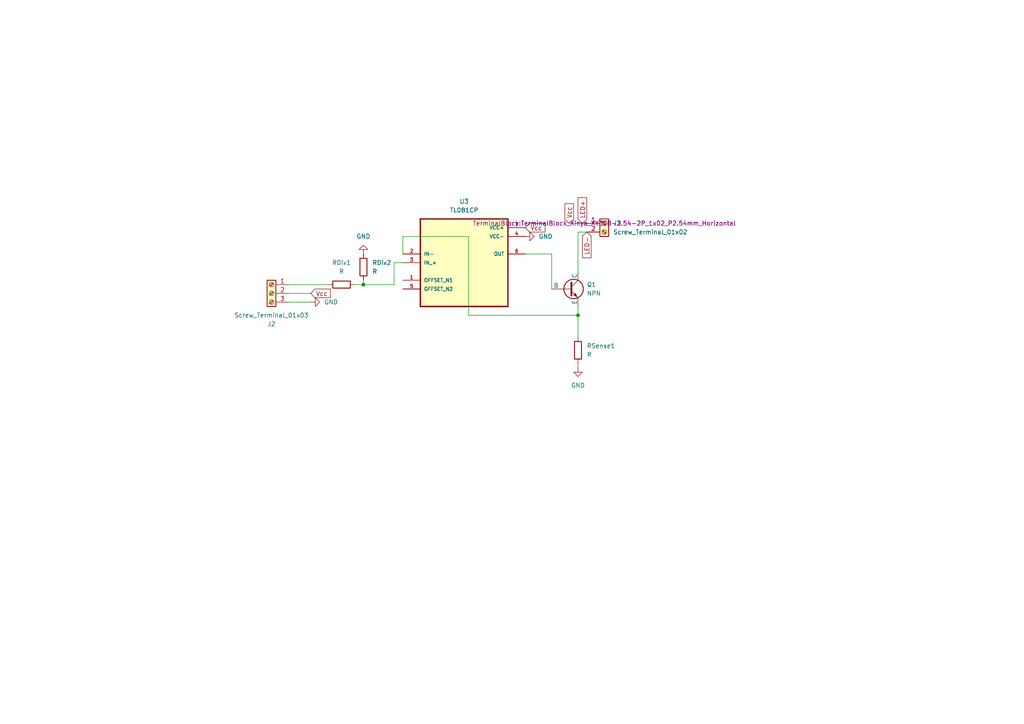
<source format=kicad_sch>
(kicad_sch (version 20231120) (generator "eeschema") (generator_version "8.0")
  (paper "A4")
  (lib_symbols
    (symbol "Connector:Screw_Terminal_01x02" (pin_names (offset 1.016) hide)
      (property "Reference" "J" (at 0 2.54 0))
      (property "Value" "Screw_Terminal_01x02" (at 0 -5.08 0))
      (symbol "Screw_Terminal_01x02_1_1"
        (rectangle (start -1.27 1.27) (end 1.27 -3.81) (stroke (width 0.254)) (fill (type background)))
        (circle (center 0 -2.54) (radius 0.635) (stroke (width 0.1524)))
        (polyline (pts (xy -0.5334 -2.2098) (xy 0.3302 -3.048)) (stroke (width 0.1524)))
        (polyline (pts (xy -0.5334 0.3302) (xy 0.3302 -0.508)) (stroke (width 0.1524)))
        (polyline (pts (xy -0.3556 -2.032) (xy 0.508 -2.8702)) (stroke (width 0.1524)))
        (polyline (pts (xy -0.3556 0.508) (xy 0.508 -0.3302)) (stroke (width 0.1524)))
        (circle (center 0 0) (radius 0.635) (stroke (width 0.1524)))
        (pin passive line (at -5.08 0 0) (length 3.81) (name "Pin_1") (number "1"))
        (pin passive line (at -5.08 -2.54 0) (length 3.81) (name "Pin_2") (number "2"))
      )
    )
    (symbol "Connector:Screw_Terminal_01x03" (pin_names (offset 1.016) hide)
      (property "Reference" "J" (at 0 5.08 0))
      (property "Value" "Screw_Terminal_01x03" (at 0 -5.08 0))
      (symbol "Screw_Terminal_01x03_1_1"
        (rectangle (start -1.27 3.81) (end 1.27 -3.81) (stroke (width 0.254)) (fill (type background)))
        (circle (center 0 -2.54) (radius 0.635) (stroke (width 0.1524)))
        (polyline (pts (xy -0.5334 -2.2098) (xy 0.3302 -3.048)) (stroke (width 0.1524)))
        (polyline (pts (xy -0.5334 0.3302) (xy 0.3302 -0.508)) (stroke (width 0.1524)))
        (polyline (pts (xy -0.5334 2.8702) (xy 0.3302 2.032)) (stroke (width 0.1524)))
        (polyline (pts (xy -0.3556 -2.032) (xy 0.508 -2.8702)) (stroke (width 0.1524)))
        (polyline (pts (xy -0.3556 0.508) (xy 0.508 -0.3302)) (stroke (width 0.1524)))
        (polyline (pts (xy -0.3556 3.048) (xy 0.508 2.2098)) (stroke (width 0.1524)))
        (circle (center 0 0) (radius 0.635) (stroke (width 0.1524)))
        (circle (center 0 2.54) (radius 0.635) (stroke (width 0.1524)))
        (pin passive line (at -5.08 2.54 0) (length 3.81) (name "Pin_1") (number "1"))
        (pin passive line (at -5.08 0 0) (length 3.81) (name "Pin_2") (number "2"))
        (pin passive line (at -5.08 -2.54 0) (length 3.81) (name "Pin_3") (number "3"))
      )
    )
    (symbol "Device:R" (pin_numbers hide) (pin_names (offset 0))
      (property "Reference" "R" (at 2.032 0 90))
      (property "Value" "R" (at 0 0 90))
      (symbol "R_0_1"
        (rectangle (start -1.016 -2.54) (end 1.016 2.54) (stroke (width 0.254)))
      )
      (symbol "R_1_1"
        (pin passive line (at 0 3.81 270) (length 1.27) (name "~") (number "1"))
        (pin passive line (at 0 -3.81 90) (length 1.27) (name "~") (number "2"))
      )
    )
    (symbol "Simulation_SPICE:NPN" (pin_numbers hide) (pin_names (offset 0))
      (property "Reference" "Q" (at -2.54 7.62 0))
      (property "Value" "NPN" (at -2.54 5.08 0))
      (symbol "NPN_0_1"
        (polyline (pts (xy -2.54 0) (xy 0.635 0)) (stroke (width 0.1524)))
        (polyline (pts (xy 0.635 0.635) (xy 2.54 2.54)))
        (polyline (pts (xy 2.794 -1.27) (xy 2.794 -1.27)) (stroke (width 0.1524)))
        (polyline (pts (xy 2.794 -1.27) (xy 2.794 -1.27)) (stroke (width 0.1524)))
        (polyline (pts (xy 0.635 -0.635) (xy 2.54 -2.54) (xy 2.54 -2.54)))
        (polyline (pts (xy 0.635 1.905) (xy 0.635 -1.905) (xy 0.635 -1.905)) (stroke (width 0.508)))
        (polyline (pts (xy 1.27 -1.778) (xy 1.778 -1.27) (xy 2.286 -2.286) (xy 1.27 -1.778) (xy 1.27 -1.778)) (fill (type outline)))
        (circle (center 1.27 0) (radius 2.8194) (stroke (width 0.254)))
      )
      (symbol "NPN_1_1"
        (pin open_collector line (at 2.54 5.08 270) (length 2.54) (name "C") (number "1"))
        (pin input line (at -5.08 0 0) (length 2.54) (name "B") (number "2"))
        (pin open_emitter line (at 2.54 -5.08 90) (length 2.54) (name "E") (number "3"))
      )
    )
    (symbol "TL081CP:TL081CP" (pin_names (offset 1.016))
      (property "Reference" "U" (at -12.7 13.7 0))
      (property "Value" "TL081CP" (at -12.7 -16.7 0))
      (symbol "TL081CP_0_0"
        (rectangle (start -12.7 -12.7) (end 12.7 12.7) (stroke (width 0.41)) (fill (type background)))
        (pin bidirectional line (at -17.78 -5.08 0) (length 5.08) (name "OFFSET_N1") (number "1"))
        (pin input line (at -17.78 2.54 0) (length 5.08) (name "IN-") (number "2"))
        (pin input line (at -17.78 0 0) (length 5.08) (name "IN_+") (number "3"))
        (pin power_in line (at 17.78 7.62 180) (length 5.08) (name "VCC-") (number "4"))
        (pin bidirectional line (at -17.78 -7.62 0) (length 5.08) (name "OFFSET_N2") (number "5"))
        (pin output line (at 17.78 2.54 180) (length 5.08) (name "OUT") (number "6"))
        (pin power_in line (at 17.78 10.16 180) (length 5.08) (name "VCC+") (number "7"))
      )
    )
    (symbol "power:GND" (power) (pin_numbers hide) (pin_names (offset 0) hide)
      (property "Value" "GND" (at 0 -3.81 0))
      (symbol "GND_0_1"
        (polyline (pts (xy 0 0) (xy 0 -1.27) (xy 1.27 -1.27) (xy 0 -2.54) (xy -1.27 -1.27) (xy 0 -1.27)))
      )
      (symbol "GND_1_1"
        (pin power_in line (at 0 0 270) (length 0) (name "~") (number "1"))
      )
    )
  )
  (junction (at 105.41 82.55))
  (junction (at 167.64 91.44))
  (wire (pts (xy 102.87 82.55) (xy 105.41 82.55)))
  (wire (pts (xy 114.3 76.2) (xy 114.3 82.55)))
  (wire (pts (xy 167.64 106.68) (xy 167.64 105.41)))
  (wire (pts (xy 160.02 73.66) (xy 160.02 83.82)))
  (wire (pts (xy 135.89 68.58) (xy 135.89 91.44)))
  (wire (pts (xy 105.41 81.28) (xy 105.41 82.55)))
  (wire (pts (xy 152.4 73.66) (xy 160.02 73.66)))
  (wire (pts (xy 83.82 82.55) (xy 95.25 82.55)))
  (wire (pts (xy 167.64 67.31) (xy 170.18 67.31)))
  (wire (pts (xy 116.84 68.58) (xy 116.84 73.66)))
  (wire (pts (xy 167.64 78.74) (xy 167.64 67.31)))
  (wire (pts (xy 135.89 91.44) (xy 167.64 91.44)))
  (wire (pts (xy 167.64 88.9) (xy 167.64 91.44)))
  (wire (pts (xy 167.64 91.44) (xy 167.64 97.79)))
  (wire (pts (xy 83.82 87.63) (xy 90.17 87.63)))
  (wire (pts (xy 83.82 85.09) (xy 90.17 85.09)))
  (wire (pts (xy 165.1 64.77) (xy 170.18 64.77)))
  (wire (pts (xy 135.89 68.58) (xy 116.84 68.58)))
  (wire (pts (xy 116.84 76.2) (xy 114.3 76.2)))
  (wire (pts (xy 105.41 82.55) (xy 114.3 82.55)))
  (global_label "Vcc" (shape input) (at 90.17 85.09 0) (property "Intersheetrefs" "${INTERSHEET_REFS}" (effects (hide yes))))
  (global_label "Vcc" (shape input) (at 152.4 66.04 0) (property "Intersheetrefs" "${INTERSHEET_REFS}" (effects (hide yes))))
  (global_label "Vcc" (shape input) (at 165.1 64.77 90) (property "Intersheetrefs" "${INTERSHEET_REFS}" (effects (hide yes))))
  (global_label "LED+" (shape input) (at 168.91 64.77 90) (property "Intersheetrefs" "${INTERSHEET_REFS}" (effects (hide yes))))
  (global_label "LED-" (shape input) (at 170.18 67.31 270) (property "Intersheetrefs" "${INTERSHEET_REFS}" (effects (hide yes))))
  (symbol (lib_id "Device:R") (at 99.06 82.55 90) (unit 1)
    (property "Reference" "RDiv1" (at 99.06 76.2 90))
    (property "Value" "R" (at 99.06 78.74 90))
    (property "Footprint" "Resistor_THT:R_Axial_DIN0207_L6.3mm_D2.5mm_P10.16mm_Horizontal" (effects (hide yes)))
    (property "Description" "Resistor" (effects (hide yes)))
  )
  (symbol (lib_id "Device:R") (at 105.41 77.47 0) (unit 1)
    (property "Reference" "RDiv2" (at 107.95 76.1999 0) (effects (justify left)))
    (property "Value" "R" (at 107.95 78.7399 0) (effects (justify left)))
    (property "Footprint" "Resistor_THT:R_Axial_DIN0207_L6.3mm_D2.5mm_P10.16mm_Horizontal" (effects (hide yes)))
    (property "Description" "Resistor" (effects (hide yes)))
  )
  (symbol (lib_id "Simulation_SPICE:NPN") (at 165.1 83.82 0) (unit 1)
    (property "Reference" "Q1" (at 170.18 82.5499 0) (effects (justify left)))
    (property "Value" "NPN" (at 170.18 85.0899 0) (effects (justify left)))
    (property "Footprint" "Package_TO_SOT_THT:TO-92" (effects (hide yes)))
    (property "Datasheet" "https://ngspice.sourceforge.io/docs/ngspice-html-manual/manual.xhtml#cha_BJTs" (effects (hide yes)))
    (property "Description" "Bipolar transistor symbol for simulation only, substrate tied to the emitter" (effects (hide yes)))
    (property "Sim.Device" "NPN" (effects (hide yes)))
    (property "Sim.Type" "GUMMELPOON" (effects (hide yes)))
    (property "Sim.Pins" "1=C 2=B 3=E" (effects (hide yes)))
  )
  (symbol (lib_id "power:GND") (at 167.64 106.68 0) (unit 1)
    (property "Reference" "#PWR01" (effects (hide yes)))
    (property "Value" "GND" (at 167.64 111.76 0))
    (property "Description" "Power symbol creates a global label with name \"GND\" , ground" (effects (hide yes)))
  )
  (symbol (lib_id "Connector:Screw_Terminal_01x03") (at 78.74 85.09 0) (mirror y) (unit 1)
    (property "Reference" "J2" (at 78.74 93.98 0))
    (property "Value" "Screw_Terminal_01x03" (at 78.74 91.44 0))
    (property "Footprint" "TerminalBlock:TerminalBlock_Xinya_XY308-2.54-3P_1x03_P2.54mm_Horizontal" (effects (hide yes)))
    (property "Description" "Generic screw terminal, single row, 01x03, script generated (kicad-library-utils/schlib/autogen/connector/)" (effects (hide yes)))
  )
  (symbol (lib_id "power:GND") (at 152.4 68.58 90) (unit 1)
    (property "Reference" "#PWR03" (effects (hide yes)))
    (property "Value" "GND" (at 156.21 68.5799 90) (effects (justify right)))
    (property "Description" "Power symbol creates a global label with name \"GND\" , ground" (effects (hide yes)))
  )
  (symbol (lib_id "Connector:Screw_Terminal_01x02") (at 175.26 64.77 0) (unit 1)
    (property "Reference" "J3" (at 177.8 64.7699 0) (effects (justify left)))
    (property "Value" "Screw_Terminal_01x02" (at 177.8 67.3099 0) (effects (justify left)))
    (property "Footprint" "TerminalBlock:TerminalBlock_Xinya_XY308-2.54-2P_1x02_P2.54mm_Horizontal" (at 175.26 64.77 0))
    (property "Description" "Generic screw terminal, single row, 01x02, script generated (kicad-library-utils/schlib/autogen/connector/)" (effects (hide yes)))
  )
  (symbol (lib_id "power:GND") (at 90.17 87.63 90) (unit 1)
    (property "Reference" "#PWR02" (effects (hide yes)))
    (property "Value" "GND" (at 93.98 87.6299 90) (effects (justify right)))
    (property "Description" "Power symbol creates a global label with name \"GND\" , ground" (effects (hide yes)))
  )
  (symbol (lib_id "power:GND") (at 105.41 73.66 180) (unit 1)
    (property "Reference" "#PWR04" (effects (hide yes)))
    (property "Value" "GND" (at 105.41 68.58 0))
    (property "Description" "Power symbol creates a global label with name \"GND\" , ground" (effects (hide yes)))
  )
  (symbol (lib_id "Device:R") (at 167.64 101.6 0) (unit 1)
    (property "Reference" "RSense1" (at 170.18 100.3299 0) (effects (justify left)))
    (property "Value" "R" (at 170.18 102.8699 0) (effects (justify left)))
    (property "Footprint" "Resistor_THT:R_Axial_DIN0207_L6.3mm_D2.5mm_P10.16mm_Horizontal" (effects (hide yes)))
    (property "Description" "Resistor" (effects (hide yes)))
  )
  (symbol (lib_id "TL081CP:TL081CP") (at 134.62 76.2 0) (unit 1)
    (property "Reference" "U3" (at 134.62 58.42 0))
    (property "Value" "TL081CP" (at 134.62 60.96 0))
    (property "Footprint" "Library:DIP794W45P254L959H508Q8" (effects (hide yes)))
    (property "MF" "Texas Instruments" (effects (hide yes)))
    (property "Description_1" "\nSingle, 30-V, 3-MHz, 13-V/µs slew rate, In to V+, JFET-input op amp\n" (effects (hide yes)))
    (property "Package" "PDIP-8 Texas" (effects (hide yes)))
    (property "MP" "TL081CP" (effects (hide yes)))
  )
)
</source>
